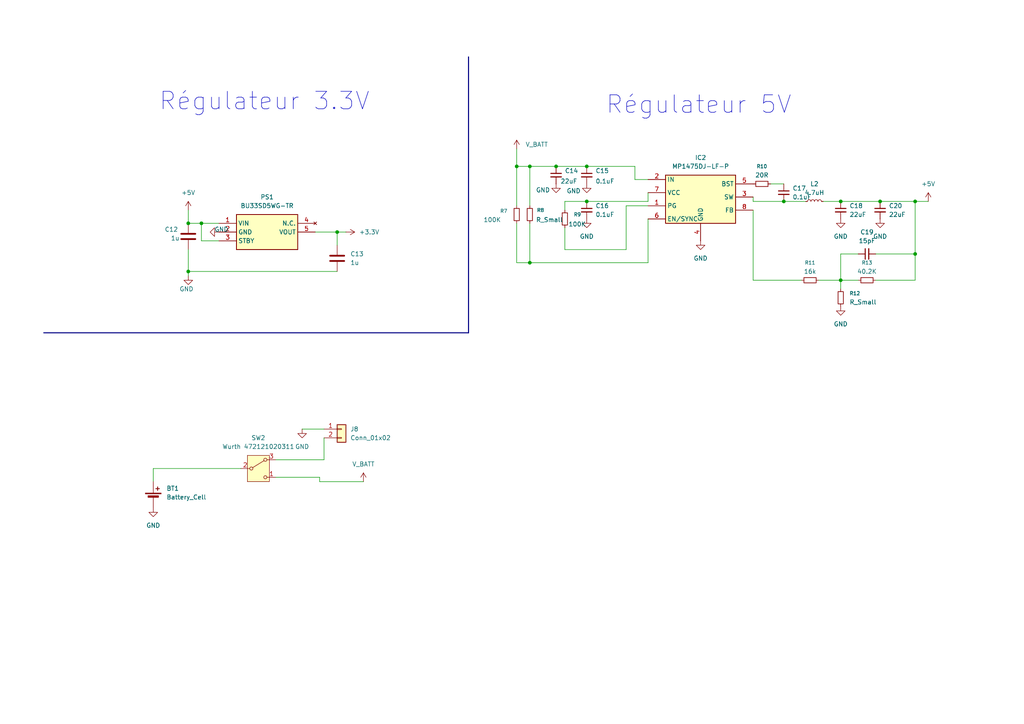
<source format=kicad_sch>
(kicad_sch (version 20250114) (generator "eeschema") (generator_version "9.0")
  (paper "A4")
  (lib_symbols
    (symbol "BU33SD5WG-TR:BU33SD5WG-TR"
      (property "Reference" "PS" (at 24.13 7.62 0))
      (property "Value" "BU33SD5WG-TR" (at 24.13 5.08 0))
      (symbol "BU33SD5WG-TR_1_1"
        (rectangle (start 5.08 2.54) (end 22.86 -7.62) (stroke (width 0.254)) (fill (type background)))
        (pin passive line (at 0 0 0) (length 5.08) (name "VIN") (number "1"))
        (pin passive line (at 0 -2.54 0) (length 5.08) (name "GND") (number "2"))
        (pin passive line (at 0 -5.08 0) (length 5.08) (name "STBY") (number "3"))
        (pin no_connect line (at 27.94 0 180) (length 5.08) (name "N.C.") (number "4"))
        (pin passive line (at 27.94 -2.54 180) (length 5.08) (name "VOUT") (number "5"))
      )
    )
    (symbol "Connector_Generic:Conn_01x02" (pin_names (offset 1.016) (hide yes))
      (property "Reference" "J" (at 0 2.54 0))
      (property "Value" "Conn_01x02" (at 0 -5.08 0))
      (symbol "Conn_01x02_1_1"
        (rectangle (start -1.27 1.27) (end 1.27 -3.81) (stroke (width 0.254)) (fill (type background)))
        (rectangle (start -1.27 0.127) (end 0 -0.127) (stroke (width 0.1524)))
        (rectangle (start -1.27 -2.413) (end 0 -2.667) (stroke (width 0.1524)))
        (pin passive line (at -5.08 0 0) (length 3.81) (name "Pin_1") (number "1"))
        (pin passive line (at -5.08 -2.54 0) (length 3.81) (name "Pin_2") (number "2"))
      )
    )
    (symbol "Device:Battery_Cell" (pin_numbers (hide yes)) (pin_names (offset 0) (hide yes))
      (property "Reference" "BT" (at 2.54 2.54 0))
      (property "Value" "Battery_Cell" (at 2.54 0 0))
      (symbol "Battery_Cell_0_1"
        (rectangle (start -2.286 1.778) (end 2.286 1.524) (fill (type outline)))
        (rectangle (start -1.524 1.016) (end 1.524 0.508) (fill (type outline)))
        (polyline (pts (xy 0 1.778) (xy 0 2.54)))
        (polyline (pts (xy 0 0.762) (xy 0 0)))
        (polyline (pts (xy 0.762 3.048) (xy 1.778 3.048)) (stroke (width 0.254)))
        (polyline (pts (xy 1.27 3.556) (xy 1.27 2.54)) (stroke (width 0.254)))
      )
      (symbol "Battery_Cell_1_1"
        (pin passive line (at 0 5.08 270) (length 2.54) (name "+") (number "1"))
        (pin passive line (at 0 -2.54 90) (length 2.54) (name "-") (number "2"))
      )
    )
    (symbol "Device:C" (pin_numbers (hide yes)) (pin_names (offset 0.254))
      (property "Reference" "C" (at 0.635 2.54 0))
      (property "Value" "C" (at 0.635 -2.54 0))
      (symbol "C_0_1"
        (polyline (pts (xy -2.032 0.762) (xy 2.032 0.762)) (stroke (width 0.508)))
        (polyline (pts (xy -2.032 -0.762) (xy 2.032 -0.762)) (stroke (width 0.508)))
      )
      (symbol "C_1_1"
        (pin passive line (at 0 3.81 270) (length 2.794) (name "~") (number "1"))
        (pin passive line (at 0 -3.81 90) (length 2.794) (name "~") (number "2"))
      )
    )
    (symbol "Device:C_Small" (pin_numbers (hide yes)) (pin_names (offset 0.254) (hide yes))
      (property "Reference" "C" (at 0.254 1.778 0))
      (property "Value" "C_Small" (at 0.254 -2.032 0))
      (symbol "C_Small_0_1"
        (polyline (pts (xy -1.524 0.508) (xy 1.524 0.508)) (stroke (width 0.3048)))
        (polyline (pts (xy -1.524 -0.508) (xy 1.524 -0.508)) (stroke (width 0.3302)))
      )
      (symbol "C_Small_1_1"
        (pin passive line (at 0 2.54 270) (length 2.032) (name "~") (number "1"))
        (pin passive line (at 0 -2.54 90) (length 2.032) (name "~") (number "2"))
      )
    )
    (symbol "Device:L_Small" (pin_numbers (hide yes)) (pin_names (offset 0.254) (hide yes))
      (property "Reference" "L" (at 0.762 1.016 0))
      (property "Value" "L_Small" (at 0.762 -1.016 0))
      (symbol "L_Small_0_1"
        (arc (start 0 2.032) (mid 0.5058 1.524) (end 0 1.016))
        (arc (start 0 1.016) (mid 0.5058 0.508) (end 0 0))
        (arc (start 0 0) (mid 0.5058 -0.508) (end 0 -1.016))
        (arc (start 0 -1.016) (mid 0.5058 -1.524) (end 0 -2.032))
      )
      (symbol "L_Small_1_1"
        (pin passive line (at 0 2.54 270) (length 0.508) (name "~") (number "1"))
        (pin passive line (at 0 -2.54 90) (length 0.508) (name "~") (number "2"))
      )
    )
    (symbol "Device:R_Small" (pin_numbers (hide yes)) (pin_names (offset 0.254) (hide yes))
      (property "Reference" "R" (at 0 0 90))
      (property "Value" "R_Small" (at 1.778 0 90))
      (symbol "R_Small_0_1"
        (rectangle (start -0.762 1.778) (end 0.762 -1.778) (stroke (width 0.2032)))
      )
      (symbol "R_Small_1_1"
        (pin passive line (at 0 2.54 270) (length 0.762) (name "~") (number "1"))
        (pin passive line (at 0 -2.54 90) (length 0.762) (name "~") (number "2"))
      )
    )
    (symbol "MP1475DJ-LF-P:MP1475DJ-LF-P"
      (property "Reference" "IC" (at 26.67 7.62 0))
      (property "Value" "MP1475DJ-LF-P" (at 26.67 5.08 0))
      (symbol "MP1475DJ-LF-P_1_1"
        (rectangle (start 5.08 2.54) (end 25.4 -11.43) (stroke (width 0.254)) (fill (type background)))
        (pin passive line (at 0 1.27 0) (length 5.08) (name "IN") (number "2"))
        (pin passive line (at 0 -2.54 0) (length 5.08) (name "VCC") (number "7"))
        (pin passive line (at 0 -6.35 0) (length 5.08) (name "PG") (number "1"))
        (pin passive line (at 0 -10.16 0) (length 5.08) (name "EN/SYNC") (number "6"))
        (pin passive line (at 15.24 -16.51 90) (length 5.08) (name "GND") (number "4"))
        (pin passive line (at 30.48 0 180) (length 5.08) (name "BST") (number "5"))
        (pin passive line (at 30.48 -3.81 180) (length 5.08) (name "SW") (number "3"))
        (pin passive line (at 30.48 -7.62 180) (length 5.08) (name "FB") (number "8"))
      )
    )
    (symbol "Switch:SW_Nidec_CAS-120A1" (pin_names (offset 1) (hide yes))
      (property "Reference" "SW" (at 0 4.318 0))
      (property "Value" "SW_Nidec_CAS-120A1" (at 0 -5.08 0))
      (symbol "SW_Nidec_CAS-120A1_0_1"
        (circle (center -2.032 0) (radius 0.4572))
        (polyline (pts (xy -1.651 0.254) (xy 1.651 2.286)))
        (circle (center 2.032 2.54) (radius 0.4572))
        (circle (center 2.032 -2.54) (radius 0.4572))
      )
      (symbol "SW_Nidec_CAS-120A1_1_1"
        (rectangle (start -3.175 3.81) (end 3.175 -3.81) (fill (type background)))
        (pin passive line (at -5.08 0 0) (length 2.54) (name "B") (number "2"))
        (pin passive line (at 5.08 2.54 180) (length 2.54) (name "A") (number "3"))
        (pin passive line (at 5.08 -2.54 180) (length 2.54) (name "C") (number "1"))
      )
    )
    (symbol "power:+10V" (power) (pin_numbers (hide yes)) (pin_names (offset 0) (hide yes))
      (property "Value" "+10V" (at 0 3.556 0))
      (symbol "+10V_0_1"
        (polyline (pts (xy -0.762 1.27) (xy 0 2.54)))
        (polyline (pts (xy 0 2.54) (xy 0.762 1.27)))
        (polyline (pts (xy 0 0) (xy 0 2.54)))
      )
      (symbol "+10V_1_1"
        (pin power_in line (at 0 0 90) (length 0) (name "~") (number "1"))
      )
    )
    (symbol "power:+3.3V" (power) (pin_numbers (hide yes)) (pin_names (offset 0) (hide yes))
      (property "Value" "+3.3V" (at 0 3.556 0))
      (symbol "+3.3V_0_1"
        (polyline (pts (xy -0.762 1.27) (xy 0 2.54)))
        (polyline (pts (xy 0 2.54) (xy 0.762 1.27)))
        (polyline (pts (xy 0 0) (xy 0 2.54)))
      )
      (symbol "+3.3V_1_1"
        (pin power_in line (at 0 0 90) (length 0) (name "~") (number "1"))
      )
    )
    (symbol "power:+5V" (power) (pin_numbers (hide yes)) (pin_names (offset 0) (hide yes))
      (property "Value" "+5V" (at 0 3.556 0))
      (symbol "+5V_0_1"
        (polyline (pts (xy -0.762 1.27) (xy 0 2.54)))
        (polyline (pts (xy 0 2.54) (xy 0.762 1.27)))
        (polyline (pts (xy 0 0) (xy 0 2.54)))
      )
      (symbol "+5V_1_1"
        (pin power_in line (at 0 0 90) (length 0) (name "~") (number "1"))
      )
    )
    (symbol "power:+7.5V" (power) (pin_numbers (hide yes)) (pin_names (offset 0) (hide yes))
      (property "Value" "+7.5V" (at 0 3.556 0))
      (symbol "+7.5V_0_1"
        (polyline (pts (xy -0.762 1.27) (xy 0 2.54)))
        (polyline (pts (xy 0 2.54) (xy 0.762 1.27)))
        (polyline (pts (xy 0 0) (xy 0 2.54)))
      )
      (symbol "+7.5V_1_1"
        (pin power_in line (at 0 0 90) (length 0) (name "~") (number "1"))
      )
    )
    (symbol "power:GND" (power) (pin_numbers (hide yes)) (pin_names (offset 0) (hide yes))
      (property "Value" "GND" (at 0 -3.81 0))
      (symbol "GND_0_1"
        (polyline (pts (xy 0 0) (xy 0 -1.27) (xy 1.27 -1.27) (xy 0 -2.54) (xy -1.27 -1.27) (xy 0 -1.27)))
      )
      (symbol "GND_1_1"
        (pin power_in line (at 0 0 270) (length 0) (name "~") (number "1"))
      )
    )
  )
  (text "Régulateur 5V\n" (at 202.692 30.48 0) (effects (font (size 5.08 5.08))))
  (text "Régulateur 3.3V\n" (at 76.708 29.464 0) (effects (font (size 5.08 5.08))))
  (junction (at 227.33 58.42))
  (junction (at 97.79 67.31))
  (junction (at 54.61 64.77))
  (junction (at 243.84 81.28))
  (junction (at 170.18 48.26))
  (junction (at 265.43 73.66))
  (junction (at 161.29 48.26))
  (junction (at 149.86 48.26))
  (junction (at 243.84 58.42))
  (junction (at 170.18 58.42))
  (junction (at 255.27 58.42))
  (junction (at 265.43 58.42))
  (junction (at 58.42 64.77))
  (junction (at 54.61 78.74))
  (junction (at 153.67 76.2))
  (junction (at 153.67 48.26))
  (wire (pts (xy 153.67 76.2) (xy 187.96 76.2)))
  (wire (pts (xy 187.96 52.07) (xy 184.15 52.07)))
  (wire (pts (xy 218.44 58.42) (xy 227.33 58.42)))
  (wire (pts (xy 227.33 58.42) (xy 233.68 58.42)))
  (wire (pts (xy 181.61 59.69) (xy 181.61 72.39)))
  (wire (pts (xy 153.67 64.77) (xy 153.67 76.2)))
  (wire (pts (xy 187.96 63.5) (xy 187.96 76.2)))
  (wire (pts (xy 58.42 64.77) (xy 63.5 64.77)))
  (wire (pts (xy 80.01 138.43) (xy 92.71 138.43)))
  (wire (pts (xy 149.86 48.26) (xy 149.86 43.18)))
  (wire (pts (xy 187.96 58.42) (xy 187.96 55.88)))
  (wire (pts (xy 254 81.28) (xy 265.43 81.28)))
  (wire (pts (xy 243.84 81.28) (xy 248.92 81.28)))
  (bus (pts (xy 135.89 16.51) (xy 135.89 96.52)))
  (wire (pts (xy 44.45 139.7) (xy 44.45 135.89)))
  (wire (pts (xy 243.84 81.28) (xy 243.84 83.82)))
  (wire (pts (xy 149.86 48.26) (xy 153.67 48.26)))
  (wire (pts (xy 100.33 67.31) (xy 97.79 67.31)))
  (wire (pts (xy 93.98 127) (xy 93.98 133.35)))
  (wire (pts (xy 218.44 57.15) (xy 218.44 58.42)))
  (wire (pts (xy 223.52 53.34) (xy 227.33 53.34)))
  (wire (pts (xy 237.49 81.28) (xy 243.84 81.28)))
  (wire (pts (xy 44.45 135.89) (xy 69.85 135.89)))
  (wire (pts (xy 163.83 66.04) (xy 163.83 72.39)))
  (wire (pts (xy 184.15 52.07) (xy 184.15 48.26)))
  (wire (pts (xy 149.86 59.69) (xy 149.86 48.26)))
  (wire (pts (xy 161.29 48.26) (xy 170.18 48.26)))
  (wire (pts (xy 58.42 69.85) (xy 58.42 64.77)))
  (wire (pts (xy 54.61 78.74) (xy 97.79 78.74)))
  (wire (pts (xy 87.63 124.46) (xy 93.98 124.46)))
  (wire (pts (xy 153.67 48.26) (xy 153.67 59.69)))
  (wire (pts (xy 93.98 133.35) (xy 80.01 133.35)))
  (wire (pts (xy 91.44 67.31) (xy 97.79 67.31)))
  (wire (pts (xy 163.83 72.39) (xy 181.61 72.39)))
  (bus (pts (xy 12.7 96.52) (xy 135.89 96.52)))
  (wire (pts (xy 92.71 138.43) (xy 92.71 139.7)))
  (wire (pts (xy 54.61 78.74) (xy 54.61 72.39)))
  (wire (pts (xy 255.27 58.42) (xy 265.43 58.42)))
  (wire (pts (xy 163.83 58.42) (xy 170.18 58.42)))
  (wire (pts (xy 54.61 64.77) (xy 58.42 64.77)))
  (wire (pts (xy 218.44 81.28) (xy 218.44 60.96)))
  (wire (pts (xy 184.15 48.26) (xy 170.18 48.26)))
  (wire (pts (xy 97.79 67.31) (xy 97.79 71.12)))
  (wire (pts (xy 149.86 64.77) (xy 149.86 76.2)))
  (wire (pts (xy 254 73.66) (xy 265.43 73.66)))
  (wire (pts (xy 243.84 58.42) (xy 255.27 58.42)))
  (wire (pts (xy 187.96 59.69) (xy 181.61 59.69)))
  (wire (pts (xy 149.86 76.2) (xy 153.67 76.2)))
  (wire (pts (xy 170.18 58.42) (xy 187.96 58.42)))
  (wire (pts (xy 265.43 58.42) (xy 265.43 73.66)))
  (wire (pts (xy 153.67 48.26) (xy 161.29 48.26)))
  (wire (pts (xy 163.83 60.96) (xy 163.83 58.42)))
  (wire (pts (xy 265.43 58.42) (xy 269.24 58.42)))
  (wire (pts (xy 243.84 81.28) (xy 243.84 73.66)))
  (wire (pts (xy 243.84 73.66) (xy 248.92 73.66)))
  (wire (pts (xy 92.71 139.7) (xy 105.41 139.7)))
  (wire (pts (xy 54.61 80.01) (xy 54.61 78.74)))
  (wire (pts (xy 265.43 81.28) (xy 265.43 73.66)))
  (wire (pts (xy 218.44 81.28) (xy 232.41 81.28)))
  (wire (pts (xy 54.61 60.96) (xy 54.61 64.77)))
  (wire (pts (xy 63.5 69.85) (xy 58.42 69.85)))
  (wire (pts (xy 238.76 58.42) (xy 243.84 58.42)))
  (symbol (lib_id "Device:R_Small") (at 163.83 63.5 0) (unit 1)
    (property "Reference" "R9" (at 166.37 62.2299 0) (effects (font (size 1.016 1.016)) (justify left)))
    (property "Value" "100K" (at 164.846 65.024 0) (effects (justify left)))
    (property "Description" "Resistor, small symbol" (effects (hide yes)))
    (instances (project "" (path "" (reference "R9") (unit 1))) (project "" (path "" (reference "R5") (unit 1))) (project "" (path "" (reference "R11") (unit 1))))
  )
  (symbol (lib_id "Device:R_Small") (at 220.98 53.34 90) (unit 1)
    (property "Reference" "R10" (at 220.98 48.26 90) (effects (font (size 1.016 1.016))))
    (property "Value" "20R" (at 220.98 50.8 90))
    (property "Description" "Resistor, small symbol" (effects (hide yes)))
    (instances (project "" (path "" (reference "R10") (unit 1))) (project "" (path "" (reference "R7") (unit 1))) (project "" (path "" (reference "R12") (unit 1))))
  )
  (symbol (lib_id "Device:C_Small") (at 255.27 60.96 0) (unit 1)
    (property "Reference" "C20" (at 257.81 59.6962 0) (effects (justify left)))
    (property "Value" "22uF" (at 257.81 62.2362 0) (effects (justify left)))
    (property "Description" "Unpolarized capacitor, small symbol" (effects (hide yes)))
    (instances (project "" (path "" (reference "C20") (unit 1))) (project "" (path "" (reference "C10") (unit 1))) (project "" (path "" (reference "C20") (unit 1))))
  )
  (symbol (lib_id "power:GND") (at 63.5 67.31 270) (unit 1)
    (property "Reference" "#PWR0140" (effects (hide yes)))
    (property "Value" "GND" (at 66.294 66.548 90) (effects (justify right)))
    (property "Description" "Power symbol creates a global label with name \"GND\" , ground" (effects (hide yes)))
    (instances (project "Projet_Robot" (path "" (reference "#PWR0140") (unit 1))) (project "" (path "" (reference "#PWR02") (unit 1))))
  )
  (symbol (lib_id "power:GND") (at 161.29 53.34 0) (unit 1)
    (property "Reference" "#PWR0132" (effects (hide yes)))
    (property "Value" "GND" (at 157.48 55.118 0))
    (property "Description" "Power symbol creates a global label with name \"GND\" , ground" (effects (hide yes)))
    (instances (project "Projet_Robot" (path "" (reference "#PWR0132") (unit 1))) (project "" (path "" (reference "#PWR016") (unit 1))) (project "" (path "" (reference "#PWR0121") (unit 1))))
  )
  (symbol (lib_id "power:GND") (at 170.18 53.34 0) (unit 1)
    (property "Reference" "#PWR0133" (effects (hide yes)))
    (property "Value" "GND" (at 166.37 55.372 0))
    (property "Description" "Power symbol creates a global label with name \"GND\" , ground" (effects (hide yes)))
    (instances (project "Projet_Robot" (path "" (reference "#PWR0133") (unit 1))) (project "" (path "" (reference "#PWR015") (unit 1))) (project "" (path "" (reference "#PWR0122") (unit 1))))
  )
  (symbol (lib_id "Device:C") (at 97.79 74.93 180) (unit 1)
    (property "Reference" "C13" (at 101.6 73.6599 0) (effects (justify right)))
    (property "Value" "1u" (at 101.6 76.1999 0) (effects (justify right)))
    (property "Footprint" "Capacitor_SMD:C_0603_1608Metric" (effects (hide yes)))
    (property "Description" "Unpolarized capacitor" (effects (hide yes)))
    (instances (project "" (path "" (reference "C13") (unit 1))) (project "" (path "" (reference "C4") (unit 1))))
  )
  (symbol (lib_id "power:GND") (at 255.27 63.5 0) (unit 1)
    (property "Reference" "#PWR0137" (effects (hide yes)))
    (property "Value" "GND" (at 255.27 68.58 0))
    (property "Description" "Power symbol creates a global label with name \"GND\" , ground" (effects (hide yes)))
    (instances (project "Projet_Robot" (path "" (reference "#PWR0137") (unit 1))) (project "" (path "" (reference "#PWR019") (unit 1))) (project "" (path "" (reference "#PWR0126") (unit 1))))
  )
  (symbol (lib_id "power:+5V") (at 269.24 58.42 0) (unit 1)
    (property "Reference" "#PWR0138" (effects (hide yes)))
    (property "Value" "+5V" (at 269.24 53.34 0))
    (property "Description" "Power symbol creates a global label with name \"+5V\"" (effects (hide yes)))
    (instances (project "Projet_Robot" (path "" (reference "#PWR0138") (unit 1))) (project "" (path "" (reference "#PWR021") (unit 1))) (project "" (path "" (reference "#PWR0127") (unit 1))))
  )
  (symbol (lib_id "Device:C_Small") (at 251.46 73.66 90) (unit 1)
    (property "Reference" "C19" (at 251.4663 67.31 90))
    (property "Value" "15pF" (at 251.4663 69.85 90))
    (property "Description" "Unpolarized capacitor, small symbol" (effects (hide yes)))
    (instances (project "" (path "" (reference "C19") (unit 1))) (project "" (path "" (reference "C11") (unit 1))) (project "" (path "" (reference "C19") (unit 1))))
  )
  (symbol (lib_id "Device:C_Small") (at 227.33 55.88 0) (unit 1)
    (property "Reference" "C17" (at 229.87 54.6162 0) (effects (justify left)))
    (property "Value" "0.1uF" (at 229.87 57.1562 0) (effects (justify left)))
    (property "Description" "Unpolarized capacitor, small symbol" (effects (hide yes)))
    (instances (project "" (path "" (reference "C17") (unit 1))) (project "" (path "" (reference "C8") (unit 1))) (project "" (path "" (reference "C17") (unit 1))))
  )
  (symbol (lib_id "Switch:SW_Nidec_CAS-120A1") (at 74.93 135.89 0) (unit 1)
    (property "Reference" "SW2" (at 74.93 127 0))
    (property "Value" "Wurth 472121020311" (at 74.93 129.54 0))
    (property "Footprint" "Button_Switch_SMD:Nidec_Copal_CAS-120A" (effects (hide yes)))
    (property "Datasheet" "https://www.nidec-components.com/e/catalog/switch/cas.pdf" (effects (hide yes)))
    (property "Description" "Switch, single pole double throw" (effects (hide yes)))
  )
  (symbol (lib_id "Device:R_Small") (at 149.86 62.23 0) (unit 1)
    (property "Reference" "R7" (at 145.034 61.214 0) (effects (font (size 1.016 1.016)) (justify left)))
    (property "Value" "100K" (at 140.208 63.754 0) (effects (justify left)))
    (property "Description" "Resistor, small symbol" (effects (hide yes)))
    (instances (project "" (path "" (reference "R7") (unit 1))) (project "" (path "" (reference "R11") (unit 1))) (project "" (path "" (reference "R9") (unit 1))))
  )
  (symbol (lib_id "Device:L_Small") (at 236.22 58.42 90) (unit 1)
    (property "Reference" "L2" (at 236.22 53.34 90))
    (property "Value" "4.7uH" (at 236.22 55.88 90))
    (property "Description" "Inductor, small symbol" (effects (hide yes)))
    (instances (project "" (path "" (reference "L2") (unit 1))) (project "" (path "" (reference "L1") (unit 1))) (project "" (path "" (reference "L2") (unit 1))))
  )
  (symbol (lib_id "BU33SD5WG-TR:BU33SD5WG-TR") (at 63.5 64.77 0) (unit 1)
    (property "Reference" "PS1" (at 77.47 57.15 0))
    (property "Value" "BU33SD5WG-TR" (at 77.47 59.69 0))
    (property "Footprint" "adx:SOT95P280X125-5N" (effects (hide yes)))
    (property "Datasheet" "https://componentsearchengine.com/Datasheets/1/BU33SD5WG-TR.pdf" (effects (hide yes)))
    (property "Description" "LDO regulator,3.3V,0.5A,standby,SSOP5 ROHM BU33SD5WG-TR, LDO Voltage Regulator, 0.5A, 3.3 V +/-2%, 1.7  6 Vin, 5-Pin SSOP" (effects (hide yes)))
    (property "Height" "1.25" (effects (hide yes)))
    (property "Manufacturer_Name" "ROHM Semiconductor" (effects (hide yes)))
    (property "Manufacturer_Part_Number" "BU33SD5WG-TR" (effects (hide yes)))
    (property "Mouser Part Number" "755-BU33SD5WG-TR" (effects (hide yes)))
    (property "Mouser Price/Stock" "https://www.mouser.co.uk/ProductDetail/ROHM-Semiconductor/BU33SD5WG-TR?qs=%2FKR40Cd6GUrQDzRkUEt69Q%3D%3D" (effects (hide yes)))
  )
  (symbol (lib_id "Device:R_Small") (at 153.67 62.23 0) (unit 1)
    (property "Reference" "R8" (at 155.702 60.96 0) (effects (font (size 1.016 1.016)) (justify left)))
    (property "Value" "R_Small" (at 155.448 63.754 0) (effects (justify left)))
    (property "Description" "Resistor, small symbol" (effects (hide yes)))
    (instances (project "" (path "" (reference "R8") (unit 1))) (project "" (path "" (reference "R6") (unit 1))) (project "" (path "" (reference "R10") (unit 1))))
  )
  (symbol (lib_id "MP1475DJ-LF-P:MP1475DJ-LF-P") (at 187.96 53.34 0) (unit 1)
    (property "Reference" "IC2" (at 203.2 45.72 0))
    (property "Value" "MP1475DJ-LF-P" (at 203.2 48.26 0))
    (property "Footprint" "SOT65P280X100-8N" (effects (hide yes)))
    (property "Datasheet" "https://www.monolithicpower.com/en/documentview/productdocument/index/version/2/document_type/Datasheet/lang/en/sku/MP1475/document_id/342" (effects (hide yes)))
    (property "Height" "1" (effects (hide yes)))
    (property "Manufacturer_Name" "Monolithic Power Systems (MPS)" (effects (hide yes)))
    (property "Manufacturer_Part_Number" "MP1475DJ-LF-P" (effects (hide yes)))
    (instances (project "" (path "" (reference "IC2") (unit 1))) (project "" (path "" (reference "IC1") (unit 1))) (project "" (path "" (reference "IC2") (unit 1))))
  )
  (symbol (lib_id "Device:C_Small") (at 170.18 60.96 0) (unit 1)
    (property "Reference" "C16" (at 172.72 59.6962 0) (effects (justify left)))
    (property "Value" "0.1uF" (at 172.72 62.2362 0) (effects (justify left)))
    (property "Description" "Unpolarized capacitor, small symbol" (effects (hide yes)))
    (instances (project "" (path "" (reference "C16") (unit 1))) (project "Driver Moteur" (path "" (reference "C7") (unit 1))) (project "" (path "" (reference "C16") (unit 1))))
  )
  (symbol (lib_id "Device:R_Small") (at 243.84 86.36 0) (unit 1)
    (property "Reference" "R12" (at 246.38 85.0899 0) (effects (font (size 1.016 1.016)) (justify left)))
    (property "Value" "R_Small" (at 246.38 87.6299 0) (effects (justify left)))
    (property "Description" "Resistor, small symbol" (effects (hide yes)))
    (instances (project "" (path "" (reference "R12") (unit 1))) (project "" (path "" (reference "R8") (unit 1))) (project "" (path "" (reference "R14") (unit 1))))
  )
  (symbol (lib_id "Device:C_Small") (at 161.29 50.8 0) (unit 1)
    (property "Reference" "C14" (at 163.83 49.5362 0) (effects (justify left)))
    (property "Value" "22uF" (at 162.56 52.578 0) (effects (justify left)))
    (property "Description" "Unpolarized capacitor, small symbol" (effects (hide yes)))
    (instances (project "" (path "" (reference "C14") (unit 1))) (project "" (path "" (reference "C6") (unit 1))) (project "" (path "" (reference "C14") (unit 1))))
  )
  (symbol (lib_id "power:GND") (at 243.84 88.9 0) (unit 1)
    (property "Reference" "#PWR0135" (effects (hide yes)))
    (property "Value" "GND" (at 243.84 93.98 0))
    (property "Description" "Power symbol creates a global label with name \"GND\" , ground" (effects (hide yes)))
    (instances (project "Projet_Robot" (path "" (reference "#PWR0135") (unit 1))) (project "Driver Moteur" (path "" (reference "#PWR023") (unit 1))) (project "" (path "" (reference "#PWR0128") (unit 1))))
  )
  (symbol (lib_id "power:+10V") (at 105.41 139.7 0) (unit 1)
    (property "Reference" "#PWR026" (effects (hide yes)))
    (property "Value" "V_BATT" (at 105.41 134.62 0))
    (property "Description" "Power symbol creates a global label with name \"+10V\"" (effects (hide yes)))
  )
  (symbol (lib_id "Device:C_Small") (at 170.18 50.8 0) (unit 1)
    (property "Reference" "C15" (at 172.72 49.5362 0) (effects (justify left)))
    (property "Value" "0.1uF" (at 172.72 52.578 0) (effects (justify left)))
    (property "Description" "Unpolarized capacitor, small symbol" (effects (hide yes)))
    (instances (project "" (path "" (reference "C15") (unit 1))) (project "" (path "" (reference "C5") (unit 1))) (project "" (path "" (reference "C15") (unit 1))))
  )
  (symbol (lib_id "power:GND") (at 243.84 63.5 0) (unit 1)
    (property "Reference" "#PWR0136" (effects (hide yes)))
    (property "Value" "GND" (at 243.84 68.58 0))
    (property "Description" "Power symbol creates a global label with name \"GND\" , ground" (effects (hide yes)))
    (instances (project "Projet_Robot" (path "" (reference "#PWR0136") (unit 1))) (project "" (path "" (reference "#PWR018") (unit 1))) (project "" (path "" (reference "#PWR0125") (unit 1))))
  )
  (symbol (lib_id "Device:C") (at 54.61 68.58 0) (unit 1)
    (property "Reference" "C12" (at 47.752 66.548 0) (effects (justify left)))
    (property "Value" "1u" (at 49.53 69.088 0) (effects (justify left)))
    (property "Footprint" "Capacitor_SMD:C_0603_1608Metric" (effects (hide yes)))
    (property "Description" "Unpolarized capacitor" (effects (hide yes)))
    (instances (project "" (path "" (reference "C12") (unit 1))) (project "" (path "" (reference "C5") (unit 1))))
  )
  (symbol (lib_id "power:GND") (at 87.63 124.46 0) (unit 1)
    (property "Reference" "#PWR024" (effects (hide yes)))
    (property "Value" "GND" (at 87.63 129.54 0))
    (property "Description" "Power symbol creates a global label with name \"GND\" , ground" (effects (hide yes)))
  )
  (symbol (lib_id "power:+5V") (at 54.61 60.96 0) (unit 1)
    (property "Reference" "#PWR0139" (effects (hide yes)))
    (property "Value" "+5V" (at 54.61 55.88 0))
    (property "Description" "Power symbol creates a global label with name \"+5V\"" (effects (hide yes)))
    (instances (project "Projet_Robot" (path "" (reference "#PWR0139") (unit 1))) (project "" (path "" (reference "#PWR01") (unit 1))))
  )
  (symbol (lib_id "Device:C_Small") (at 243.84 60.96 0) (unit 1)
    (property "Reference" "C18" (at 246.38 59.6962 0) (effects (justify left)))
    (property "Value" "22uF" (at 246.38 62.2362 0) (effects (justify left)))
    (property "Description" "Unpolarized capacitor, small symbol" (effects (hide yes)))
    (instances (project "" (path "" (reference "C18") (unit 1))) (project "" (path "" (reference "C9") (unit 1))) (project "" (path "" (reference "C18") (unit 1))))
  )
  (symbol (lib_id "power:GND") (at 44.45 147.32 0) (unit 1)
    (property "Reference" "#PWR025" (effects (hide yes)))
    (property "Value" "GND" (at 44.45 152.4 0))
    (property "Description" "Power symbol creates a global label with name \"GND\" , ground" (effects (hide yes)))
  )
  (symbol (lib_id "Device:R_Small") (at 251.46 81.28 90) (unit 1)
    (property "Reference" "R13" (at 251.46 76.2 90) (effects (font (size 1.016 1.016))))
    (property "Value" "40.2K" (at 251.46 78.74 90))
    (property "Description" "Resistor, small symbol" (effects (hide yes)))
    (instances (project "" (path "" (reference "R13") (unit 1))) (project "" (path "" (reference "R9") (unit 1))) (project "" (path "" (reference "R15") (unit 1))))
  )
  (symbol (lib_id "power:+3.3V") (at 100.33 67.31 270) (unit 1)
    (property "Reference" "#PWR0142" (effects (hide yes)))
    (property "Value" "+3.3V" (at 104.14 67.3099 90) (effects (justify left)))
    (property "Description" "Power symbol creates a global label with name \"+3.3V\"" (effects (hide yes)))
    (instances (project "Projet_Robot" (path "" (reference "#PWR0142") (unit 1))) (project "" (path "" (reference "#PWR04") (unit 1))))
  )
  (symbol (lib_id "power:GND") (at 54.61 80.01 0) (unit 1)
    (property "Reference" "#PWR0143" (effects (hide yes)))
    (property "Value" "GND" (at 56.134 83.82 0) (effects (justify right)))
    (property "Description" "Power symbol creates a global label with name \"GND\" , ground" (effects (hide yes)))
    (instances (project "Projet_Robot" (path "" (reference "#PWR0143") (unit 1))) (project "Projet micro" (path "" (reference "#PWR03") (unit 1))))
  )
  (symbol (lib_id "power:GND") (at 203.2 69.85 0) (unit 1)
    (property "Reference" "#PWR0131" (effects (hide yes)))
    (property "Value" "GND" (at 203.2 74.93 0))
    (property "Description" "Power symbol creates a global label with name \"GND\" , ground" (effects (hide yes)))
    (instances (project "Projet_Robot" (path "" (reference "#PWR0131") (unit 1))) (project "Driver Moteur" (path "" (reference "#PWR020") (unit 1))) (project "" (path "" (reference "#PWR0124") (unit 1))))
  )
  (symbol (lib_id "power:+7.5V") (at 149.86 43.18 0) (unit 1)
    (property "Reference" "#PWR0141" (effects (hide yes)))
    (property "Value" "V_BATT" (at 152.4 41.9099 0) (effects (justify left)))
    (property "Description" "Power symbol creates a global label with name \"+7.5V\"" (effects (hide yes)))
    (instances (project "Projet_Robot" (path "" (reference "#PWR0141") (unit 1))) (project "" (path "" (reference "#PWR022") (unit 1))) (project "" (path "" (reference "#PWR0120") (unit 1))))
  )
  (symbol (lib_id "Device:R_Small") (at 234.95 81.28 90) (unit 1)
    (property "Reference" "R11" (at 234.95 76.2 90) (effects (font (size 1.016 1.016))))
    (property "Value" "16k" (at 234.95 78.74 90))
    (property "Description" "Resistor, small symbol" (effects (hide yes)))
    (instances (project "" (path "" (reference "R11") (unit 1))) (project "" (path "" (reference "R10") (unit 1))) (project "" (path "" (reference "R13") (unit 1))))
  )
  (symbol (lib_id "Connector_Generic:Conn_01x02") (at 99.06 124.46 0) (unit 1)
    (property "Reference" "J8" (at 101.6 124.4599 0) (effects (justify left)))
    (property "Value" "Conn_01x02" (at 101.6 126.9999 0) (effects (justify left)))
    (property "Description" "Generic connector, single row, 01x02, script generated (kicad-library-utils/schlib/autogen/connector/)" (effects (hide yes)))
  )
  (symbol (lib_id "Device:Battery_Cell") (at 44.45 144.78 0) (unit 1)
    (property "Reference" "BT1" (at 48.26 141.6684 0) (effects (justify left)))
    (property "Value" "Battery_Cell" (at 48.26 144.2084 0) (effects (justify left)))
    (property "Description" "Single-cell battery" (effects (hide yes)))
  )
  (symbol (lib_id "power:GND") (at 170.18 63.5 0) (unit 1)
    (property "Reference" "#PWR0134" (effects (hide yes)))
    (property "Value" "GND" (at 170.18 68.58 0))
    (property "Description" "Power symbol creates a global label with name \"GND\" , ground" (effects (hide yes)))
    (instances (project "Projet_Robot" (path "" (reference "#PWR0134") (unit 1))) (project "" (path "" (reference "#PWR017") (unit 1))) (project "" (path "" (reference "#PWR0123") (unit 1))))
  )
)
</source>
